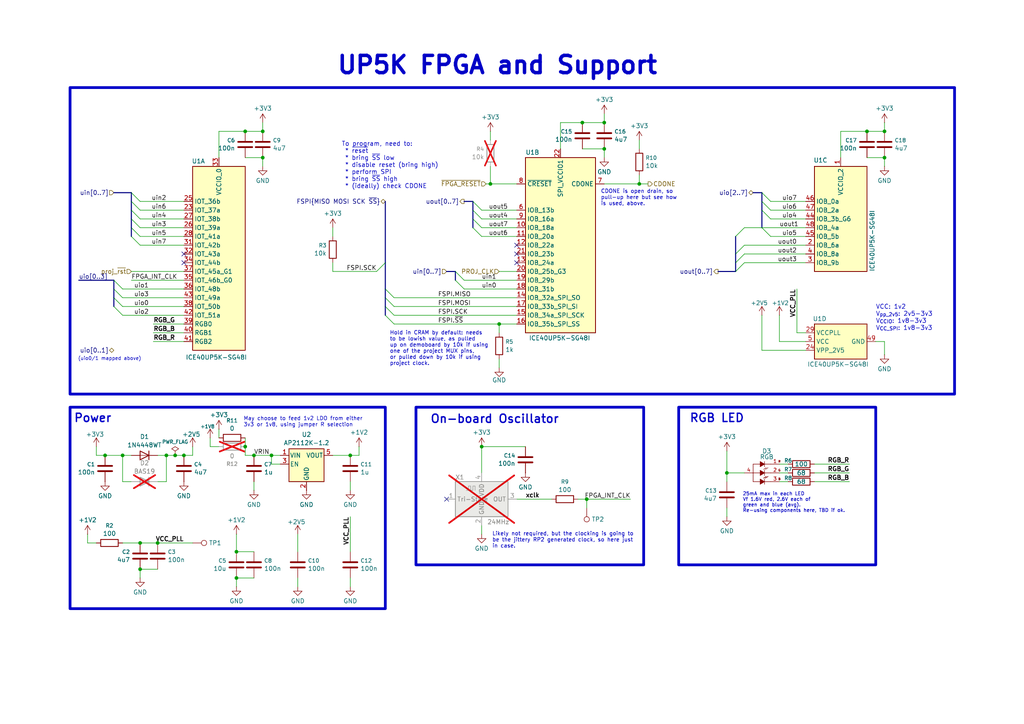
<source format=kicad_sch>
(kicad_sch (version 20250114) (generator "eeschema") (generator_version "9.0")
  (paper "A4")
  (title_block (title "UP5K FPGA and Support") (date "2025-06-24") (rev "1.0") (company "Psychogenic Technologies INC") (comment 1 "(C) 2025 Pat Deegan"))
  (rectangle (start 20.32 118.11) (end 111.76 176.53) (stroke (width 0.8)))
  (rectangle (start 20.32 25.4) (end 276.86 114.3) (stroke (width 0.8)))
  (rectangle (start 196.85 118.11) (end 254 163.83) (stroke (width 0.8)))
  (rectangle (start 120.65 118.11) (end 186.69 163.83) (stroke (width 0.8)))
  (text "RGB LED" (at 199.898 121.412 0) (effects (font (size 2.4 2.4) (thickness 0.4) (bold yes)) (justify left)))
  (text "(uio0/1 mapped above)" (at 22.606 104.14 0) (effects (font (size 1 1) (thickness 0.125)) (justify left)))
  (text "25mA max in each LED\nVf 1.6V red, 2.6V each of \ngreen and blue (avg).\nRe-using components here, TBD if ok." (at 215.392 145.796 0) (effects (font (size 1 1)) (justify left)))
  (text "To program, need to:\n * ~{reset}\n * bring ~{SS} low\n * disable reset (bring high)\n * perform SPI\n * bring ~{SS} high\n * (ideally) check CDONE\n" (at 99.06 48.006 0) (effects (font (size 1.27 1.27)) (justify left)))
  (text "Power" (at 21.336 121.412 0) (effects (font (size 2.4 2.4) (thickness 0.4) (bold yes)) (justify left)))
  (text "UP5K FPGA and Support" (at 144.272 19.05 0) (effects (font (size 5 5) (thickness 1) (bold yes))))
  (text "May choose to feed 1v2 LDO from either \n3v3 or 1v8, using jumper R selection" (at 70.612 122.428 0) (effects (font (size 1.1 1.1) (thickness 0.1375)) (justify left)))
  (text "On-board Oscillator" (at 124.714 121.666 0) (effects (font (size 2.4 2.4) (thickness 0.4) (bold yes)) (justify left)))
  (text "VCC: 1v2\nV_{pp_2v5}: 2v5-3v3\nV_{CCIO}: 1v8-3v3\nV_{CC_SPI}: 1v8-3v3\n" (at 254 92.202 0) (effects (font (size 1.27 1.27)) (justify left)))
  (text "CDONE is open drain, so \npull-up here but see how\nis used, above." (at 174.244 57.404 0) (effects (font (size 1.1 1.1)) (justify left)))
  (text "Hold in CRAM by default: needs \nto be lowish value, as pulled \nup on demoboard by 10k if using\none of the project MUX pins, \nor pulled down by 10k if using\nproject clock." (at 113.03 101.092 0) (effects (font (size 1.1 1.1)) (justify left)))
  (text "Likely not required, but the clocking is going to \nbe the jittery RP2 generated clock, so here just \nin case." (at 142.748 156.718 0) (effects (font (size 1.1 1.1)) (justify left)))
  (junction (at 175.26 35.56))
  (junction (at 40.64 157.48))
  (junction (at 68.58 167.64))
  (junction (at 168.91 35.56))
  (junction (at 53.34 132.08))
  (junction (at 185.42 53.34))
  (junction (at 251.46 38.1))
  (junction (at 142.24 53.34))
  (junction (at 101.6 132.08))
  (junction (at 210.82 137.16))
  (junction (at 30.48 132.08))
  (junction (at 73.66 132.08))
  (junction (at 256.54 38.1))
  (junction (at 139.7 129.54))
  (junction (at 144.78 93.98))
  (junction (at 170.18 144.78))
  (junction (at 50.8 132.08))
  (junction (at 45.72 157.48))
  (junction (at 68.58 160.02))
  (junction (at 35.56 132.08))
  (junction (at 40.64 165.1))
  (junction (at 71.12 38.1))
  (junction (at 76.2 45.72))
  (junction (at 71.12 129.54))
  (junction (at 256.54 45.72))
  (junction (at 78.74 132.08))
  (junction (at 76.2 38.1))
  (junction (at 175.26 43.18))
  (junction (at 48.26 132.08))
  (no_connect (at 129.54 144.78))
  (no_connect (at 149.86 73.66))
  (no_connect (at 53.34 76.2))
  (no_connect (at 149.86 76.2))
  (no_connect (at 53.34 73.66))
  (no_connect (at 149.86 71.12))
  (bus_entry (at 137.16 66.04) (size 2.54 2.54))
  (bus_entry (at 132.08 78.74) (size 2.54 2.54))
  (bus_entry (at 111.76 88.9) (size 2.54 2.54))
  (bus_entry (at 137.16 60.96) (size 2.54 2.54))
  (bus_entry (at 220.98 55.88) (size 2.54 2.54))
  (bus_entry (at 111.76 86.36) (size 2.54 2.54))
  (bus_entry (at 38.1 55.88) (size 2.54 2.54))
  (bus_entry (at 38.1 63.5) (size 2.54 2.54))
  (bus_entry (at 38.1 66.04) (size 2.54 2.54))
  (bus_entry (at 220.98 58.42) (size 2.54 2.54))
  (bus_entry (at 213.36 78.74) (size 2.54 -2.54))
  (bus_entry (at 111.76 83.82) (size 2.54 2.54))
  (bus_entry (at 33.02 88.9) (size 2.54 2.54))
  (bus_entry (at 38.1 60.96) (size 2.54 2.54))
  (bus_entry (at 111.76 91.44) (size 2.54 2.54))
  (bus_entry (at 132.08 81.28) (size 2.54 2.54))
  (bus_entry (at 137.16 58.42) (size 2.54 2.54))
  (bus_entry (at 220.98 60.96) (size 2.54 2.54))
  (bus_entry (at 38.1 58.42) (size 2.54 2.54))
  (bus_entry (at 213.36 76.2) (size 2.54 -2.54))
  (bus_entry (at 33.02 83.82) (size 2.54 2.54))
  (bus_entry (at 220.98 66.04) (size 2.54 2.54))
  (bus_entry (at 38.1 68.58) (size 2.54 2.54))
  (bus_entry (at 33.02 86.36) (size 2.54 2.54))
  (bus_entry (at 33.02 81.28) (size 2.54 2.54))
  (bus_entry (at 137.16 63.5) (size 2.54 2.54))
  (bus_entry (at 213.36 68.58) (size 2.54 -2.54))
  (bus_entry (at 213.36 73.66) (size 2.54 -2.54))
  (bus_entry (at 111.76 76.2) (size -2.54 2.54))
  (wire (pts (xy 185.42 53.34) (xy 187.96 53.34)))
  (bus (pts (xy 38.1 66.04) (xy 38.1 68.58)))
  (wire (pts (xy 45.72 139.7) (xy 48.26 139.7)))
  (wire (pts (xy 256.54 99.06) (xy 256.54 102.87)))
  (bus (pts (xy 213.36 73.66) (xy 213.36 76.2)))
  (wire (pts (xy 251.46 38.1) (xy 256.54 38.1)))
  (wire (pts (xy 101.6 132.08) (xy 104.14 132.08)))
  (bus (pts (xy 33.02 55.88) (xy 38.1 55.88)))
  (wire (pts (xy 226.06 137.16) (xy 228.6 137.16)))
  (wire (pts (xy 236.22 139.7) (xy 246.38 139.7)))
  (bus (pts (xy 132.08 78.74) (xy 132.08 81.28)))
  (wire (pts (xy 48.26 139.7) (xy 48.26 132.08)))
  (wire (pts (xy 68.58 154.94) (xy 68.58 160.02)))
  (wire (pts (xy 35.56 157.48) (xy 40.64 157.48)))
  (wire (pts (xy 170.18 144.78) (xy 182.88 144.78)))
  (wire (pts (xy 101.6 167.64) (xy 101.6 170.18)))
  (wire (pts (xy 78.74 132.08) (xy 81.28 132.08)))
  (wire (pts (xy 96.52 66.04) (xy 96.52 68.58)))
  (wire (pts (xy 96.52 78.74) (xy 109.22 78.74)))
  (wire (pts (xy 139.7 63.5) (xy 149.86 63.5)))
  (wire (pts (xy 60.96 127) (xy 60.96 129.54)))
  (wire (pts (xy 27.94 132.08) (xy 30.48 132.08)))
  (wire (pts (xy 220.98 101.6) (xy 233.68 101.6)))
  (wire (pts (xy 175.26 43.18) (xy 175.26 45.72)))
  (wire (pts (xy 38.1 78.74) (xy 53.34 78.74)))
  (wire (pts (xy 210.82 147.32) (xy 210.82 149.86)))
  (wire (pts (xy 223.52 58.42) (xy 233.68 58.42)))
  (wire (pts (xy 175.26 53.34) (xy 185.42 53.34)))
  (wire (pts (xy 256.54 45.72) (xy 256.54 48.26)))
  (bus (pts (xy 213.36 76.2) (xy 213.36 78.74)))
  (wire (pts (xy 73.66 132.08) (xy 78.74 132.08)))
  (wire (pts (xy 139.7 129.54) (xy 152.4 129.54)))
  (wire (pts (xy 223.52 63.5) (xy 233.68 63.5)))
  (wire (pts (xy 35.56 86.36) (xy 53.34 86.36)))
  (wire (pts (xy 185.42 40.64) (xy 185.42 43.18)))
  (wire (pts (xy 144.78 104.14) (xy 144.78 106.68)))
  (bus (pts (xy 33.02 86.36) (xy 33.02 88.9)))
  (wire (pts (xy 35.56 132.08) (xy 38.1 132.08)))
  (wire (pts (xy 101.6 139.7) (xy 101.6 142.24)))
  (bus (pts (xy 111.76 83.82) (xy 111.76 86.36)))
  (wire (pts (xy 167.64 144.78) (xy 170.18 144.78)))
  (wire (pts (xy 40.64 165.1) (xy 40.64 167.64)))
  (wire (pts (xy 210.82 130.81) (xy 210.82 137.16)))
  (bus (pts (xy 111.76 58.42) (xy 111.76 76.2)))
  (wire (pts (xy 86.36 167.64) (xy 86.36 170.18)))
  (wire (pts (xy 48.26 132.08) (xy 50.8 132.08)))
  (wire (pts (xy 114.3 91.44) (xy 149.86 91.44)))
  (wire (pts (xy 226.06 139.7) (xy 228.6 139.7)))
  (wire (pts (xy 139.7 152.4) (xy 139.7 154.94)))
  (wire (pts (xy 45.72 132.08) (xy 48.26 132.08)))
  (wire (pts (xy 78.74 134.62) (xy 78.74 132.08)))
  (wire (pts (xy 44.45 93.98) (xy 53.34 93.98)))
  (wire (pts (xy 63.5 38.1) (xy 71.12 38.1)))
  (wire (pts (xy 27.94 129.54) (xy 27.94 132.08)))
  (wire (pts (xy 251.46 45.72) (xy 256.54 45.72)))
  (wire (pts (xy 60.96 129.54) (xy 63.5 129.54)))
  (wire (pts (xy 215.9 66.04) (xy 220.98 66.04)))
  (bus (pts (xy 38.1 55.88) (xy 38.1 58.42)))
  (wire (pts (xy 73.66 139.7) (xy 73.66 142.24)))
  (bus (pts (xy 129.54 78.74) (xy 132.08 78.74)))
  (wire (pts (xy 254 99.06) (xy 256.54 99.06)))
  (bus (pts (xy 134.62 58.42) (xy 137.16 58.42)))
  (wire (pts (xy 71.12 132.08) (xy 73.66 132.08)))
  (wire (pts (xy 30.48 132.08) (xy 35.56 132.08)))
  (wire (pts (xy 226.06 99.06) (xy 233.68 99.06)))
  (wire (pts (xy 38.1 81.28) (xy 53.34 81.28)))
  (wire (pts (xy 140.97 53.34) (xy 142.24 53.34)))
  (wire (pts (xy 223.52 60.96) (xy 233.68 60.96)))
  (wire (pts (xy 44.45 96.52) (xy 53.34 96.52)))
  (wire (pts (xy 114.3 86.36) (xy 149.86 86.36)))
  (wire (pts (xy 35.56 83.82) (xy 53.34 83.82)))
  (wire (pts (xy 215.9 76.2) (xy 233.68 76.2)))
  (wire (pts (xy 35.56 88.9) (xy 53.34 88.9)))
  (wire (pts (xy 68.58 160.02) (xy 73.66 160.02)))
  (wire (pts (xy 40.64 66.04) (xy 53.34 66.04)))
  (wire (pts (xy 35.56 132.08) (xy 35.56 139.7)))
  (wire (pts (xy 76.2 45.72) (xy 76.2 48.26)))
  (wire (pts (xy 243.84 45.72) (xy 243.84 38.1)))
  (bus (pts (xy 111.76 86.36) (xy 111.76 88.9)))
  (wire (pts (xy 25.4 157.48) (xy 27.94 157.48)))
  (wire (pts (xy 162.56 35.56) (xy 168.91 35.56)))
  (wire (pts (xy 96.52 76.2) (xy 96.52 78.74)))
  (wire (pts (xy 40.64 157.48) (xy 45.72 157.48)))
  (bus (pts (xy 33.02 81.28) (xy 33.02 83.82)))
  (bus (pts (xy 137.16 60.96) (xy 137.16 63.5)))
  (wire (pts (xy 168.91 43.18) (xy 175.26 43.18)))
  (wire (pts (xy 139.7 60.96) (xy 149.86 60.96)))
  (wire (pts (xy 220.98 101.6) (xy 220.98 91.44)))
  (wire (pts (xy 71.12 129.54) (xy 71.12 132.08)))
  (wire (pts (xy 139.7 68.58) (xy 149.86 68.58)))
  (wire (pts (xy 35.56 91.44) (xy 53.34 91.44)))
  (wire (pts (xy 63.5 45.72) (xy 63.5 38.1)))
  (bus (pts (xy 220.98 58.42) (xy 220.98 60.96)))
  (wire (pts (xy 256.54 35.56) (xy 256.54 38.1)))
  (bus (pts (xy 33.02 83.82) (xy 33.02 86.36)))
  (wire (pts (xy 35.56 139.7) (xy 38.1 139.7)))
  (wire (pts (xy 142.24 53.34) (xy 149.86 53.34)))
  (wire (pts (xy 63.5 124.46) (xy 63.5 127)))
  (wire (pts (xy 71.12 45.72) (xy 76.2 45.72)))
  (wire (pts (xy 68.58 167.64) (xy 68.58 170.18)))
  (wire (pts (xy 55.88 132.08) (xy 53.34 132.08)))
  (bus (pts (xy 220.98 55.88) (xy 220.98 58.42)))
  (wire (pts (xy 55.88 129.54) (xy 55.88 132.08)))
  (wire (pts (xy 101.6 149.86) (xy 101.6 160.02)))
  (bus (pts (xy 213.36 68.58) (xy 213.36 73.66)))
  (wire (pts (xy 215.9 71.12) (xy 233.68 71.12)))
  (wire (pts (xy 170.18 144.78) (xy 170.18 147.32)))
  (wire (pts (xy 144.78 78.74) (xy 149.86 78.74)))
  (wire (pts (xy 149.86 144.78) (xy 160.02 144.78)))
  (wire (pts (xy 134.62 83.82) (xy 149.86 83.82)))
  (bus (pts (xy 218.44 55.88) (xy 220.98 55.88)))
  (wire (pts (xy 104.14 132.08) (xy 104.14 129.54)))
  (wire (pts (xy 68.58 167.64) (xy 73.66 167.64)))
  (wire (pts (xy 210.82 137.16) (xy 210.82 139.7)))
  (wire (pts (xy 81.28 134.62) (xy 78.74 134.62)))
  (bus (pts (xy 38.1 60.96) (xy 38.1 63.5)))
  (wire (pts (xy 71.12 127) (xy 71.12 129.54)))
  (wire (pts (xy 142.24 38.1) (xy 142.24 40.64)))
  (wire (pts (xy 162.56 43.18) (xy 162.56 35.56)))
  (wire (pts (xy 40.64 60.96) (xy 53.34 60.96)))
  (wire (pts (xy 243.84 38.1) (xy 251.46 38.1)))
  (wire (pts (xy 40.64 58.42) (xy 53.34 58.42)))
  (bus (pts (xy 137.16 63.5) (xy 137.16 66.04)))
  (wire (pts (xy 134.62 81.28) (xy 149.86 81.28)))
  (bus (pts (xy 38.1 63.5) (xy 38.1 66.04)))
  (bus (pts (xy 208.28 78.74) (xy 213.36 78.74)))
  (wire (pts (xy 44.45 99.06) (xy 53.34 99.06)))
  (wire (pts (xy 40.64 68.58) (xy 53.34 68.58)))
  (wire (pts (xy 114.3 93.98) (xy 144.78 93.98)))
  (wire (pts (xy 50.8 132.08) (xy 53.34 132.08)))
  (bus (pts (xy 22.86 81.28) (xy 33.02 81.28)))
  (wire (pts (xy 76.2 35.56) (xy 76.2 38.1)))
  (wire (pts (xy 40.64 63.5) (xy 53.34 63.5)))
  (wire (pts (xy 86.36 154.94) (xy 86.36 160.02)))
  (wire (pts (xy 139.7 66.04) (xy 149.86 66.04)))
  (wire (pts (xy 236.22 134.62) (xy 246.38 134.62)))
  (wire (pts (xy 236.22 137.16) (xy 246.38 137.16)))
  (wire (pts (xy 40.64 165.1) (xy 45.72 165.1)))
  (wire (pts (xy 231.14 83.82) (xy 231.14 96.52)))
  (bus (pts (xy 38.1 58.42) (xy 38.1 60.96)))
  (wire (pts (xy 25.4 154.94) (xy 25.4 157.48)))
  (wire (pts (xy 45.72 157.48) (xy 55.88 157.48)))
  (wire (pts (xy 142.24 48.26) (xy 142.24 53.34)))
  (wire (pts (xy 220.98 66.04) (xy 233.68 66.04)))
  (wire (pts (xy 139.7 129.54) (xy 139.7 137.16)))
  (bus (pts (xy 137.16 58.42) (xy 137.16 60.96)))
  (wire (pts (xy 185.42 50.8) (xy 185.42 53.34)))
  (wire (pts (xy 226.06 91.44) (xy 226.06 99.06)))
  (bus (pts (xy 220.98 60.96) (xy 220.98 66.04)))
  (wire (pts (xy 215.9 73.66) (xy 233.68 73.66)))
  (wire (pts (xy 71.12 38.1) (xy 76.2 38.1)))
  (wire (pts (xy 223.52 68.58) (xy 233.68 68.58)))
  (wire (pts (xy 210.82 137.16) (xy 215.9 137.16)))
  (wire (pts (xy 175.26 33.02) (xy 175.26 35.56)))
  (bus (pts (xy 111.76 88.9) (xy 111.76 91.44)))
  (wire (pts (xy 144.78 93.98) (xy 144.78 96.52)))
  (wire (pts (xy 114.3 88.9) (xy 149.86 88.9)))
  (bus (pts (xy 111.76 76.2) (xy 111.76 83.82)))
  (wire (pts (xy 168.91 35.56) (xy 175.26 35.56)))
  (wire (pts (xy 226.06 134.62) (xy 228.6 134.62)))
  (wire (pts (xy 233.68 96.52) (xy 231.14 96.52)))
  (wire (pts (xy 96.52 132.08) (xy 101.6 132.08)))
  (wire (pts (xy 144.78 93.98) (xy 149.86 93.98)))
  (wire (pts (xy 40.64 71.12) (xy 53.34 71.12)))
  (label "uout0" (at 231.14 71.12 180))
  (label "VRIN" (at 73.66 132.08 0))
  (label "RGB_R" (at 44.45 99.06 0) (effects (font (bold yes))))
  (label "FSPI.SCK" (at 127 91.44 0))
  (label "FPGA_INT_CLK" (at 182.88 144.78 180))
  (label "uout4" (at 147.32 63.5 180))
  (label "uio5" (at 231.14 68.58 180))
  (label "uio4" (at 231.14 63.5 180))
  (label "VCC_PLL" (at 231.14 83.82 270) (effects (font (bold yes))))
  (label "uin6" (at 48.26 60.96 180))
  (label "uio6" (at 231.14 60.96 180))
  (label "uio1" (at 43.18 83.82 180))
  (label "uin2" (at 48.26 58.42 180))
  (label "uio3" (at 43.18 86.36 180))
  (label "VCC_PLL" (at 53.34 157.48 180) (effects (font (bold yes))))
  (label "FSPI.MISO" (at 127 86.36 0))
  (label "uout3" (at 231.14 76.2 180))
  (label "RGB_G" (at 44.45 93.98 0) (effects (font (bold yes))))
  (label "RGB_B" (at 44.45 96.52 0) (effects (font (bold yes))))
  (label "uin1" (at 139.7 81.28 0))
  (label "uout5" (at 147.32 60.96 180))
  (label "RGB_R" (at 246.38 134.62 180) (effects (font (bold yes))))
  (label "uin7" (at 48.26 71.12 180))
  (label "uio0" (at 43.18 88.9 180))
  (label "uin5" (at 48.26 68.58 180))
  (label "uin4" (at 48.26 63.5 180))
  (label "uout7" (at 147.32 66.04 180))
  (label "FSPI.MOSI" (at 127 88.9 0))
  (label "uio[0..3]" (at 22.86 81.28 0))
  (label "uin0" (at 139.7 83.82 0))
  (label "uout2" (at 231.14 73.66 180))
  (label "RGB_G" (at 246.38 137.16 180) (effects (font (bold yes))))
  (label "uin3" (at 48.26 66.04 180))
  (label "uio7" (at 231.14 58.42 180))
  (label "uout1" (at 226.06 66.04 0))
  (label "VCC_PLL" (at 101.6 149.86 270) (effects (font (bold yes))))
  (label "RGB_B" (at 246.38 139.7 180) (effects (font (bold yes))))
  (label "uout6" (at 147.32 68.58 180))
  (label "FPGA_INT_CLK" (at 38.1 81.28 0))
  (label "FSPI.~{SS}" (at 127 93.98 0))
  (label "FSPI.SCK" (at 109.22 78.74 180))
  (label "xclk" (at 152.4 144.78 0) (effects (font (bold yes))))
  (label "uio2" (at 43.18 91.44 180))
  (hierarchical_label "uin[0..7]" (shape input) (at 129.54 78.74 180))
  (hierarchical_label "uout[0..7]" (shape output) (at 134.62 58.42 180))
  (hierarchical_label "~{FPGA_RESET}" (shape input) (at 140.97 53.34 180))
  (hierarchical_label "uin[0..7]" (shape input) (at 33.02 55.88 180))
  (hierarchical_label "FSPI{MISO MOSI SCK ~{SS}}" (shape bidirectional) (at 111.76 58.42 180))
  (hierarchical_label "proj_~{rst}" (shape input) (at 38.1 78.74 180))
  (hierarchical_label "PROJ_CLK" (shape input) (at 144.78 78.74 180))
  (hierarchical_label "CDONE" (shape output) (at 187.96 53.34 0))
  (hierarchical_label "uio[0..1]" (shape bidirectional) (at 33.02 101.6 180))
  (hierarchical_label "uout[0..7]" (shape output) (at 208.28 78.74 180))
  (hierarchical_label "uio[2..7]" (shape bidirectional) (at 218.44 55.88 180))
  (symbol (lib_id "power:GND") (at 88.9 142.24 0) (unit 1)
    (property "Reference" "#PWR042" (effects (hide yes)))
    (property "Value" "GND" (at 88.9 146.3731 0))
    (property "Description" "Power symbol creates a global label with name \"GND\" , ground" (effects (hide yes)))
  )
  (symbol (lib_id "power:GND") (at 210.82 149.86 0) (unit 1)
    (property "Reference" "#PWR048" (effects (hide yes)))
    (property "Value" "GND" (at 210.82 153.9931 0))
    (property "Description" "Power symbol creates a global label with name \"GND\" , ground" (effects (hide yes)))
  )
  (symbol (lib_id "power:GND") (at 175.26 45.72 0) (unit 1)
    (property "Reference" "#PWR055" (effects (hide yes)))
    (property "Value" "GND" (at 175.26 49.8531 0))
    (property "Description" "Power symbol creates a global label with name \"GND\" , ground" (effects (hide yes)))
  )
  (symbol (lib_id "power:GND") (at 101.6 170.18 0) (unit 1)
    (property "Reference" "#PWR045" (effects (hide yes)))
    (property "Value" "GND" (at 101.6 174.3131 0))
    (property "Description" "Power symbol creates a global label with name \"GND\" , ground" (effects (hide yes)))
  )
  (symbol (lib_id "psycomponents:PsyResistors_IEC/R_100_0402_1005-9") (at 228.6 134.62 90) (unit 1)
    (property "Reference" "R6" (at 228.6 133.604 90) (effects (font (size 1.1 1.1))))
    (property "Value" "100" (at 232.41 134.62 90))
    (property "Footprint" "Resistor_SMD:R_0402_1005Metric" (effects (hide yes)))
    (property "Datasheet" "https://www.yageo.com/upload/media/product/products/datasheet/rchip/PYu-RC_Group_51_RoHS_L_12.pdf" (effects (hide yes)))
    (property "Description" "100 Ohms ±1% 0.063W, 1/16W Chip Resistor 0402 (1005 Metric) Moisture Resistant Thick Film" (effects (hide yes)))
    (property "MPN" "RC0402FR-07100RL" (effects (hide yes)))
    (property "Manufacturer" "YAGEO" (effects (hide yes)))
    (property "Package / Case" "0402 (1005 Metric)" (effects (hide yes)))
    (property "Characteristics" "RES 100 OHM 1% 1/16W 0402" (effects (hide yes)))
    (property "DigikeyPN" "311-100LRCT-ND" (effects (hide yes)))
    (property "LCSC" "C106232" (effects (hide yes)))
  )
  (symbol (lib_id "power:GND") (at 139.7 154.94 0) (unit 1)
    (property "Reference" "#PWR050" (effects (hide yes)))
    (property "Value" "GND" (at 139.7 159.0731 0))
    (property "Description" "Power symbol creates a global label with name \"GND\" , ground" (effects (hide yes)))
  )
  (symbol (lib_id "Oscillator:ECS-2520MV-xxx-xx") (at 139.7 144.78 0) (unit 1) (dnp yes)
    (property "Reference" "X1" (at 133.35 138.43 0))
    (property "Value" "24MHz" (at 144.526 151.384 0))
    (property "Footprint" "Oscillator:Oscillator_SMD_ECS_2520MV-xxx-xx-4Pin_2.5x2.0mm" (effects (hide yes)))
    (property "Datasheet" "https://www.ecsxtal.com/store/pdf/ECS-2520MV.pdf" (effects (hide yes)))
    (property "Description" "HCMOS Crystal Clock Oscillator, 2.5x2.0 mm SMD" (effects (hide yes)))
    (property "Characteristics" "XTAL OSC XO 24.0000MHZ CMOS SMD" (effects (hide yes)))
    (property "MPN" "KC2520Z24.0000C1KX00" (effects (hide yes)))
    (property "MPN_ALT" "SIT8008AC-11-XXE-24.000000" (effects (hide yes)))
    (property "DigikeyPN" "478-KC2520Z24.0000C1KX00DKR-ND" (effects (hide yes)))
  )
  (symbol (lib_id "psycomponents:PsyCapacitors/C_100n_0402_1005-1") (at 73.66 160.02 0) (unit 1)
    (property "Reference" "C8" (at 76.581 162.6178 0) (effects (font (size 1.1 1.1)) (justify left)))
    (property "Value" "100n" (at 76.581 164.9053 0) (effects (justify left)))
    (property "Footprint" "Capacitor_SMD:C_0402_1005Metric" (effects (hide yes)))
    (property "Datasheet" "https://search.murata.co.jp/Ceramy/image/img/A01X/G101/ENG/GRM155R71H104KE14-01.pdf" (effects (hide yes)))
    (property "Description" "0.1 µF ±10% 50V Ceramic Capacitor X7R 0402 (1005 Metric)" (effects (hide yes)))
    (property "MPN" "GRM155R71H104KE14J" (effects (hide yes)))
    (property "Manufacturer" "Murata Electronics" (effects (hide yes)))
    (property "Package / Case" "0402 (1005 Metric)" (effects (hide yes)))
    (property "Characteristics" "CAP CER 0.1UF 50V X7R 0402" (effects (hide yes)))
    (property "DigikeyPN" "490-13342-1-ND" (effects (hide yes)))
    (property "LCSC" "C60474" (effects (hide yes)))
  )
  (symbol (lib_id "psycomponents:PsyCapacitors/C_4u7_0603_1608-44") (at 76.2 38.1 0) (unit 1)
    (property "Reference" "C9" (at 79.121 40.6978 0) (effects (font (size 1.1 1.1)) (justify left)))
    (property "Value" "4u7" (at 79.121 42.9853 0) (effects (justify left)))
    (property "Footprint" "Capacitor_SMD:C_0603_1608Metric" (effects (hide yes)))
    (property "Datasheet" "https://search.murata.co.jp/Ceramy/image/img/A01X/G101/ENG/GRM188R61E475KE11-01.pdf" (effects (hide yes)))
    (property "Description" "4.7 µF ±10% 25V Ceramic Capacitor X5R 0603 (1608 Metric)" (effects (hide yes)))
    (property "MPN" "GRM188R61E475KE11D" (effects (hide yes)))
    (property "Manufacturer" "Murata Electronics" (effects (hide yes)))
    (property "Package / Case" "0603 (1608 Metric)" (effects (hide yes)))
    (property "Characteristics" "CAP CER 4.7UF 25V X5R 0603" (effects (hide yes)))
    (property "DigikeyPN" "490-7203-1-ND" (effects (hide yes)))
    (property "LCSC" "C237615" (effects (hide yes)))
  )
  (symbol (lib_id "power:+3V3") (at 76.2 35.56 0) (unit 1)
    (property "Reference" "#PWR038" (effects (hide yes)))
    (property "Value" "+3V3" (at 76.2 31.4269 0))
    (property "Description" "Power symbol creates a global label with name \"+3V3\"" (effects (hide yes)))
  )
  (symbol (lib_id "psycomponents:PsyResistors_IEC/R_68_0402_1005-36") (at 228.6 137.16 90) (unit 1)
    (property "Reference" "R7" (at 228.6 136.144 90) (effects (font (size 1.1 1.1))))
    (property "Value" "68" (at 232.41 137.16 90))
    (property "Footprint" "Resistor_SMD:R_0402_1005Metric" (effects (hide yes)))
    (property "Datasheet" "https://bourns.com/docs/product-datasheets/cr.pdf?sfvrsn=574d41f6_14" (effects (hide yes)))
    (property "Description" "68 Ohms ±1% 0.063W, 1/16W Chip Resistor 0402 (1005 Metric) Thick Film" (effects (hide yes)))
    (property "MPN" "CR0402-FX-68R0GLF" (effects (hide yes)))
    (property "Manufacturer" "Bourns Inc." (effects (hide yes)))
    (property "Package / Case" "0402 (1005 Metric)" (effects (hide yes)))
    (property "Characteristics" "RES SMD 68 OHM 1% 1/16W 0402" (effects (hide yes)))
    (property "DigikeyPN" "CR0402-FX-68R0GLFCT-ND" (effects (hide yes)))
    (property "LCSC" "C163455" (effects (hide yes)))
  )
  (symbol (lib_id "power:GND") (at 101.6 142.24 0) (unit 1)
    (property "Reference" "#PWR044" (effects (hide yes)))
    (property "Value" "GND" (at 101.6 146.3731 0))
    (property "Description" "Power symbol creates a global label with name \"GND\" , ground" (effects (hide yes)))
  )
  (symbol (lib_id "power:GND") (at 256.54 102.87 0) (unit 1)
    (property "Reference" "#PWR061" (effects (hide yes)))
    (property "Value" "GND" (at 256.54 107.0031 0))
    (property "Description" "Power symbol creates a global label with name \"GND\" , ground" (effects (hide yes)))
  )
  (symbol (lib_id "power:GND") (at 256.54 48.26 0) (unit 1)
    (property "Reference" "#PWR060" (effects (hide yes)))
    (property "Value" "GND" (at 256.54 52.3931 0))
    (property "Description" "Power symbol creates a global label with name \"GND\" , ground" (effects (hide yes)))
  )
  (symbol (lib_id "power:+2V5") (at 86.36 154.94 0) (unit 1)
    (property "Reference" "#PWR040" (effects (hide yes)))
    (property "Value" "+2V5" (at 83.312 151.384 0) (effects (justify left)))
    (property "Description" "Power symbol creates a global label with name \"+2V5\"" (effects (hide yes)))
  )
  (symbol (lib_id "FPGA_Lattice:ICE40UP5K-SG48ITR") (at 162.56 71.12 0) (unit 2)
    (property "Reference" "U1" (at 154.432 44.196 0))
    (property "Value" "ICE40UP5K-SG48I" (at 162.306 98.044 0))
    (property "Footprint" "Package_DFN_QFN:QFN-48-1EP_7x7mm_P0.5mm_EP5.6x5.6mm" (effects (hide yes)))
    (property "Datasheet" "http://www.latticesemi.com/Products/FPGAandCPLD/iCE40Ultra" (effects (hide yes)))
    (property "Description" "iCE40 UltraPlus FPGA, 5280 LUTs, 1.2V, 48-pin QFN" (effects (hide yes)))
    (property "MPN" "ICE40UP5K-SG48I" (effects (hide yes)))
    (property "MPN_ALT" "ICE40UP5K-SG48ITR50" (effects (hide yes)))
    (property "DigikeyPN" "220-2212-1-ND" (effects (hide yes)))
    (property "LCSC" "C2678152" (effects (hide yes)))
  )
  (symbol (lib_id "psycomponents:PsyResistors_IEC/R_1k_0402_1005-18") (at 144.78 96.52 0) (unit 1)
    (property "Reference" "R5" (at 146.558 99.1178 0) (effects (font (size 1.1 1.1)) (justify left)))
    (property "Value" "1k" (at 146.558 101.4053 0) (effects (justify left)))
    (property "Footprint" "Resistor_SMD:R_0402_1005Metric" (effects (hide yes)))
    (property "Datasheet" "https://www.te.com/commerce/DocumentDelivery/DDEController?Action=srchrtrv&DocNm=1773204&DocType=DS&DocLang=English" (effects (hide yes)))
    (property "Description" "1 kOhms ±1% 0.063W, 1/16W Chip Resistor 0402 (1005 Metric) Thick Film" (effects (hide yes)))
    (property "MPN" "CRG0402F1K0" (effects (hide yes)))
    (property "Manufacturer" "TE Connectivity Passive Product" (effects (hide yes)))
    (property "Package / Case" "0402 (1005 Metric)" (effects (hide yes)))
    (property "Characteristics" "RES SMD 1K OHM 1% 1/16W 0402" (effects (hide yes)))
    (property "DigikeyPN" "A121534CT-ND" (effects (hide yes)))
    (property "LCSC" "C106235" (effects (hide yes)))
  )
  (symbol (lib_id "psycomponents:PsyCapacitors/C_100n_0402_1005-1") (at 251.46 38.1 0) (mirror y) (unit 1)
    (property "Reference" "C17" (at 248.539 40.6978 0) (effects (font (size 1.1 1.1)) (justify left)))
    (property "Value" "100n" (at 248.539 42.9853 0) (effects (justify left)))
    (property "Footprint" "Capacitor_SMD:C_0402_1005Metric" (effects (hide yes)))
    (property "Datasheet" "https://search.murata.co.jp/Ceramy/image/img/A01X/G101/ENG/GRM155R71H104KE14-01.pdf" (effects (hide yes)))
    (property "Description" "0.1 µF ±10% 50V Ceramic Capacitor X7R 0402 (1005 Metric)" (effects (hide yes)))
    (property "MPN" "GRM155R71H104KE14J" (effects (hide yes)))
    (property "Manufacturer" "Murata Electronics" (effects (hide yes)))
    (property "Package / Case" "0402 (1005 Metric)" (effects (hide yes)))
    (property "Characteristics" "CAP CER 0.1UF 50V X7R 0402" (effects (hide yes)))
    (property "DigikeyPN" "490-13342-1-ND" (effects (hide yes)))
    (property "LCSC" "C60474" (effects (hide yes)))
  )
  (symbol (lib_id "psycomponents:PsyCapacitors/C_100n_0402_1005-1") (at 45.72 157.48 0) (unit 1)
    (property "Reference" "C3" (at 48.641 160.0778 0) (effects (font (size 1.1 1.1)) (justify left)))
    (property "Value" "100n" (at 48.641 162.3653 0) (effects (justify left)))
    (property "Footprint" "Capacitor_SMD:C_0402_1005Metric" (effects (hide yes)))
    (property "Datasheet" "https://search.murata.co.jp/Ceramy/image/img/A01X/G101/ENG/GRM155R71H104KE14-01.pdf" (effects (hide yes)))
    (property "Description" "0.1 µF ±10% 50V Ceramic Capacitor X7R 0402 (1005 Metric)" (effects (hide yes)))
    (property "MPN" "GRM155R71H104KE14J" (effects (hide yes)))
    (property "Manufacturer" "Murata Electronics" (effects (hide yes)))
    (property "Package / Case" "0402 (1005 Metric)" (effects (hide yes)))
    (property "Characteristics" "CAP CER 0.1UF 50V X7R 0402" (effects (hide yes)))
    (property "DigikeyPN" "490-13342-1-ND" (effects (hide yes)))
    (property "LCSC" "C60474" (effects (hide yes)))
  )
  (symbol (lib_id "psycomponents:PsyCapacitors/C_4u7_0603_1608-44") (at 53.34 132.08 0) (unit 1)
    (property "Reference" "C4" (at 56.261 134.6778 0) (effects (font (size 1.1 1.1)) (justify left)))
    (property "Value" "4u7" (at 56.261 136.9653 0) (effects (justify left)))
    (property "Footprint" "Capacitor_SMD:C_0603_1608Metric" (effects (hide yes)))
    (property "Datasheet" "https://search.murata.co.jp/Ceramy/image/img/A01X/G101/ENG/GRM188R61E475KE11-01.pdf" (effects (hide yes)))
    (property "Description" "4.7 µF ±10% 25V Ceramic Capacitor X5R 0603 (1608 Metric)" (effects (hide yes)))
    (property "MPN" "GRM188R61E475KE11D" (effects (hide yes)))
    (property "Manufacturer" "Murata Electronics" (effects (hide yes)))
    (property "Package / Case" "0603 (1608 Metric)" (effects (hide yes)))
    (property "Characteristics" "CAP CER 4.7UF 25V X5R 0603" (effects (hide yes)))
    (property "DigikeyPN" "490-7203-1-ND" (effects (hide yes)))
    (property "LCSC" "C237615" (effects (hide yes)))
  )
  (symbol (lib_id "psycomponents:PsyCapacitors/C_100n_0402_1005-1") (at 30.48 132.08 0) (mirror y) (unit 1)
    (property "Reference" "C1" (at 27.559 134.6778 0) (effects (font (size 1.1 1.1)) (justify left)))
    (property "Value" "100n" (at 27.559 136.9653 0) (effects (justify left)))
    (property "Footprint" "Capacitor_SMD:C_0402_1005Metric" (effects (hide yes)))
    (property "Datasheet" "https://search.murata.co.jp/Ceramy/image/img/A01X/G101/ENG/GRM155R71H104KE14-01.pdf" (effects (hide yes)))
    (property "Description" "0.1 µF ±10% 50V Ceramic Capacitor X7R 0402 (1005 Metric)" (effects (hide yes)))
    (property "MPN" "GRM155R71H104KE14J" (effects (hide yes)))
    (property "Manufacturer" "Murata Electronics" (effects (hide yes)))
    (property "Package / Case" "0402 (1005 Metric)" (effects (hide yes)))
    (property "Characteristics" "CAP CER 0.1UF 50V X7R 0402" (effects (hide yes)))
    (property "DigikeyPN" "490-13342-1-ND" (effects (hide yes)))
    (property "LCSC" "C60474" (effects (hide yes)))
  )
  (symbol (lib_id "power:+1V2") (at 226.06 91.44 0) (unit 1)
    (property "Reference" "#PWR058" (effects (hide yes)))
    (property "Value" "+1V2" (at 226.314 87.884 0) (effects (font (size 1.2 1.2))))
    (property "Description" "Power symbol creates a global label with name \"+1V2\"" (effects (hide yes)))
  )
  (symbol (lib_id "power:+3V3") (at 96.52 66.04 0) (unit 1)
    (property "Reference" "#PWR043" (effects (hide yes)))
    (property "Value" "+3V3" (at 96.52 61.9069 0))
    (property "Description" "Power symbol creates a global label with name \"+3V3\"" (effects (hide yes)))
  )
  (symbol (lib_id "power:GND") (at 30.48 139.7 0) (unit 1)
    (property "Reference" "#PWR030" (effects (hide yes)))
    (property "Value" "GND" (at 30.48 143.8331 0))
    (property "Description" "Power symbol creates a global label with name \"GND\" , ground" (effects (hide yes)))
  )
  (symbol (lib_id "psycomponents:PsyCapacitors/C_1u_0603_1608-21") (at 73.66 132.08 0) (unit 1)
    (property "Reference" "C7" (at 76.581 134.6778 0) (effects (font (size 1.1 1.1)) (justify left)))
    (property "Value" "1u" (at 76.581 136.9653 0) (effects (justify left)))
    (property "Footprint" "Capacitor_SMD:C_0603_1608Metric" (effects (hide yes)))
    (property "Datasheet" "https://search.murata.co.jp/Ceramy/image/img/A01X/G101/ENG/GRT188R61H105KE13-01.pdf" (effects (hide yes)))
    (property "Description" "1 µF ±10% 50V Ceramic Capacitor X5R 0603 (1608 Metric)" (effects (hide yes)))
    (property "MPN" "GRT188R61H105KE13D" (effects (hide yes)))
    (property "Manufacturer" "Murata Electronics" (effects (hide yes)))
    (property "Package / Case" "0603 (1608 Metric)" (effects (hide yes)))
    (property "Characteristics" "CAP CER 1UF 50V X5R 0603" (effects (hide yes)))
    (property "DigikeyPN" "490-12330-1-ND" (effects (hide yes)))
    (property "LCSC" "C29936" (effects (hide yes)))
  )
  (symbol (lib_id "psycomponents:PsyResistors_IEC/R_68_0402_1005-36") (at 228.6 139.7 90) (unit 1)
    (property "Reference" "R8" (at 228.6 138.684 90) (effects (font (size 1.1 1.1))))
    (property "Value" "68" (at 232.41 139.7 90))
    (property "Footprint" "Resistor_SMD:R_0402_1005Metric" (effects (hide yes)))
    (property "Datasheet" "https://bourns.com/docs/product-datasheets/cr.pdf?sfvrsn=574d41f6_14" (effects (hide yes)))
    (property "Description" "68 Ohms ±1% 0.063W, 1/16W Chip Resistor 0402 (1005 Metric) Thick Film" (effects (hide yes)))
    (property "MPN" "CR0402-FX-68R0GLF" (effects (hide yes)))
    (property "Manufacturer" "Bourns Inc." (effects (hide yes)))
    (property "Package / Case" "0402 (1005 Metric)" (effects (hide yes)))
    (property "Characteristics" "RES SMD 68 OHM 1% 1/16W 0402" (effects (hide yes)))
    (property "DigikeyPN" "CR0402-FX-68R0GLFCT-ND" (effects (hide yes)))
    (property "LCSC" "C163455" (effects (hide yes)))
  )
  (symbol (lib_id "psycomponents:PsyResistors_IEC/R_10k_0402_1005-12") (at 185.42 43.18 0) (unit 1)
    (property "Reference" "R10" (at 187.198 45.7778 0) (effects (font (size 1.1 1.1)) (justify left)))
    (property "Value" "10k" (at 187.198 48.0653 0) (effects (justify left)))
    (property "Footprint" "Resistor_SMD:R_0402_1005Metric" (effects (hide yes)))
    (property "Datasheet" "https://industrial.panasonic.com/cdbs/www-data/pdf/RDP0000/AOA0000C334.pdf" (effects (hide yes)))
    (property "Description" "10 kOhms ±1% 0.1W, 1/10W Chip Resistor 0402 (1005 Metric) Anti-Sulfur, Automotive AEC-Q200 Thick Film" (effects (hide yes)))
    (property "MPN" "ERJ-U02F1002X" (effects (hide yes)))
    (property "Manufacturer" "Panasonic Electronic Components" (effects (hide yes)))
    (property "Package / Case" "0402 (1005 Metric)" (effects (hide yes)))
    (property "Characteristics" "RES 10K OHM 1% 1/10W 0402" (effects (hide yes)))
    (property "DigikeyPN" "10-ERJ-U02F1002XCT-ND" (effects (hide yes)))
    (property "LCSC" "C60490" (effects (hide yes)))
  )
  (symbol (lib_id "psysnapeda:EAST1616RGBB4") (at 218.44 137.16 0) (unit 1)
    (property "Reference" "D3" (at 222.3881 130.8439 0))
    (property "Value" "RGB" (at 222.3881 132.5253 0))
    (property "Footprint" "psysnapeda:LED_EAST1616RGBA3" (effects (hide yes)))
    (property "Datasheet" "https://everlightamericas.com/index.php?controller=attachment&id_attachment=2827" (effects (hide yes)))
    (property "Description" "Red, Green, Blue (RGB) LED Indication - Discrete 1.9V Red, 2.9V Green, 2.9V Blue 0404 (1010 Metric)" (effects (hide yes)))
    (property "MPN" "EAST1616RGBB4" (effects (hide yes)))
    (property "DigikeyPN" "1080-1552-1-ND" (effects (hide yes)))
    (property "Characteristics" "RGB LED" (effects (hide yes)))
    (property "MPN_ALT" "EAST1616RGBB2" (effects (hide yes)))
    (property "LCSC" "C5628891 or C6606484" (effects (hide yes)))
  )
  (symbol (lib_id "power:+3V3") (at 139.7 129.54 0) (unit 1)
    (property "Reference" "#PWR049" (effects (hide yes)))
    (property "Value" "+3V3" (at 139.7 125.4069 0))
    (property "Description" "Power symbol creates a global label with name \"+3V3\"" (effects (hide yes)))
  )
  (symbol (lib_id "power:GND") (at 53.34 139.7 0) (unit 1)
    (property "Reference" "#PWR032" (effects (hide yes)))
    (property "Value" "GND" (at 53.34 143.8331 0))
    (property "Description" "Power symbol creates a global label with name \"GND\" , ground" (effects (hide yes)))
  )
  (symbol (lib_id "FPGA_Lattice:ICE40UP5K-SG48ITR") (at 243.84 63.5 0) (unit 3)
    (property "Reference" "U1" (at 235.966 46.482 0) (effects (justify left)))
    (property "Value" "ICE40UP5K-SG48I" (at 252.984 78.74 90) (effects (justify left)))
    (property "Footprint" "Package_DFN_QFN:QFN-48-1EP_7x7mm_P0.5mm_EP5.6x5.6mm" (effects (hide yes)))
    (property "Datasheet" "http://www.latticesemi.com/Products/FPGAandCPLD/iCE40Ultra" (effects (hide yes)))
    (property "Description" "iCE40 UltraPlus FPGA, 5280 LUTs, 1.2V, 48-pin QFN" (effects (hide yes)))
    (property "MPN" "ICE40UP5K-SG48I" (effects (hide yes)))
    (property "MPN_ALT" "ICE40UP5K-SG48ITR50" (effects (hide yes)))
    (property "DigikeyPN" "220-2212-1-ND" (effects (hide yes)))
    (property "LCSC" "C2678152" (effects (hide yes)))
  )
  (symbol (lib_id "psycomponents:PsyCapacitors/C_4u7_0603_1608-44") (at 210.82 139.7 0) (mirror y) (unit 1)
    (property "Reference" "C13" (at 207.899 142.2978 0) (effects (font (size 1.1 1.1)) (justify left)))
    (property "Value" "4u7" (at 207.899 144.5853 0) (effects (justify left)))
    (property "Footprint" "Capacitor_SMD:C_0603_1608Metric" (effects (hide yes)))
    (property "Datasheet" "https://search.murata.co.jp/Ceramy/image/img/A01X/G101/ENG/GRM188R61E475KE11-01.pdf" (effects (hide yes)))
    (property "Description" "4.7 µF ±10% 25V Ceramic Capacitor X5R 0603 (1608 Metric)" (effects (hide yes)))
    (property "MPN" "GRM188R61E475KE11D" (effects (hide yes)))
    (property "Manufacturer" "Murata Electronics" (effects (hide yes)))
    (property "Package / Case" "0603 (1608 Metric)" (effects (hide yes)))
    (property "Characteristics" "CAP CER 4.7UF 25V X5R 0603" (effects (hide yes)))
    (property "DigikeyPN" "490-7203-1-ND" (effects (hide yes)))
    (property "LCSC" "C237615" (effects (hide yes)))
  )
  (symbol (lib_id "psycomponents:PsyCapacitors/C_1u_0603_1608-21") (at 101.6 132.08 0) (unit 1)
    (property "Reference" "C11" (at 104.521 134.6778 0) (effects (font (size 1.1 1.1)) (justify left)))
    (property "Value" "1u" (at 104.521 136.9653 0) (effects (justify left)))
    (property "Footprint" "Capacitor_SMD:C_0603_1608Metric" (effects (hide yes)))
    (property "Datasheet" "https://search.murata.co.jp/Ceramy/image/img/A01X/G101/ENG/GRT188R61H105KE13-01.pdf" (effects (hide yes)))
    (property "Description" "1 µF ±10% 50V Ceramic Capacitor X5R 0603 (1608 Metric)" (effects (hide yes)))
    (property "MPN" "GRT188R61H105KE13D" (effects (hide yes)))
    (property "Manufacturer" "Murata Electronics" (effects (hide yes)))
    (property "Package / Case" "0603 (1608 Metric)" (effects (hide yes)))
    (property "Characteristics" "CAP CER 1UF 50V X5R 0603" (effects (hide yes)))
    (property "DigikeyPN" "490-12330-1-ND" (effects (hide yes)))
    (property "LCSC" "C29936" (effects (hide yes)))
  )
  (symbol (lib_id "power:+1V8") (at 60.96 127 0) (unit 1)
    (property "Reference" "#PWR062" (effects (hide yes)))
    (property "Value" "+1V8" (at 60.198 123.698 0) (effects (font (size 1 1))))
    (property "Description" "Power symbol creates a global label with name \"+1V8\"" (effects (hide yes)))
  )
  (symbol (lib_id "power:+2V5") (at 220.98 91.44 0) (unit 1)
    (property "Reference" "#PWR057" (effects (hide yes)))
    (property "Value" "+2V5" (at 220.218 87.884 0) (effects (font (size 1.2 1.2))))
    (property "Description" "Power symbol creates a global label with name \"+2V5\"" (effects (hide yes)))
  )
  (symbol (lib_id "psycomponents:PsyResistors_IEC/R_100_0402_1005-9") (at 160.02 144.78 90) (unit 1)
    (property "Reference" "R9" (at 163.83 139.7563 90) (effects (font (size 1.1 1.1))))
    (property "Value" "100" (at 163.83 142.0438 90))
    (property "Footprint" "Resistor_SMD:R_0402_1005Metric" (effects (hide yes)))
    (property "Datasheet" "https://www.yageo.com/upload/media/product/products/datasheet/rchip/PYu-RC_Group_51_RoHS_L_12.pdf" (effects (hide yes)))
    (property "Description" "100 Ohms ±1% 0.063W, 1/16W Chip Resistor 0402 (1005 Metric) Moisture Resistant Thick Film" (effects (hide yes)))
    (property "MPN" "RC0402FR-07100RL" (effects (hide yes)))
    (property "Manufacturer" "YAGEO" (effects (hide yes)))
    (property "Package / Case" "0402 (1005 Metric)" (effects (hide yes)))
    (property "Characteristics" "RES 100 OHM 1% 1/16W 0402" (effects (hide yes)))
    (property "DigikeyPN" "311-100LRCT-ND" (effects (hide yes)))
    (property "LCSC" "C106232" (effects (hide yes)))
  )
  (symbol (lib_id "psycomponents:PsyResistors_IEC/R_10k_0402_1005-12") (at 96.52 68.58 0) (mirror y) (unit 1)
    (property "Reference" "R3" (at 94.742 71.1778 0) (effects (font (size 1.1 1.1)) (justify left)))
    (property "Value" "10k" (at 94.742 73.4653 0) (effects (justify left)))
    (property "Footprint" "Resistor_SMD:R_0402_1005Metric" (effects (hide yes)))
    (property "Datasheet" "https://industrial.panasonic.com/cdbs/www-data/pdf/RDP0000/AOA0000C334.pdf" (effects (hide yes)))
    (property "Description" "10 kOhms ±1% 0.1W, 1/10W Chip Resistor 0402 (1005 Metric) Anti-Sulfur, Automotive AEC-Q200 Thick Film" (effects (hide yes)))
    (property "MPN" "ERJ-U02F1002X" (effects (hide yes)))
    (property "Manufacturer" "Panasonic Electronic Components" (effects (hide yes)))
    (property "Package / Case" "0402 (1005 Metric)" (effects (hide yes)))
    (property "Characteristics" "RES 10K OHM 1% 1/10W 0402" (effects (hide yes)))
    (property "DigikeyPN" "10-ERJ-U02F1002XCT-ND" (effects (hide yes)))
    (property "LCSC" "C60490" (effects (hide yes)))
  )
  (symbol (lib_id "psycomponents:PsyResistors_IEC/R_0_0402_1005-8") (at 63.5 127 90) (unit 1)
    (property "Reference" "R11" (at 67.31 121.9763 90) (effects (font (size 1.1 1.1))))
    (property "Value" "0" (at 67.31 124.2638 90))
    (property "Footprint" "Resistor_SMD:R_0402_1005Metric" (effects (hide yes)))
    (property "Datasheet" "https://www.seielect.com/catalog/sei-rmcf_rmcp.pdf" (effects (hide yes)))
    (property "Description" "0 Ohms Jumper Chip Resistor 0402 (1005 Metric) Automotive AEC-Q200 Thick Film" (effects (hide yes)))
    (property "MPN" "RMCF0402ZT0R00" (effects (hide yes)))
    (property "Manufacturer" "Stackpole Electronics Inc" (effects (hide yes)))
    (property "Package / Case" "0402 (1005 Metric)" (effects (hide yes)))
    (property "Characteristics" "RES 0 OHM JUMPER 1/16W 0402" (effects (hide yes)))
    (property "DigikeyPN" "RMCF0402ZT0R00CT-ND" (effects (hide yes)))
    (property "LCSC" "C106231" (effects (hide yes)))
  )
  (symbol (lib_id "power:GND") (at 40.64 167.64 0) (unit 1)
    (property "Reference" "#PWR031" (effects (hide yes)))
    (property "Value" "GND" (at 40.64 171.7731 0))
    (property "Description" "Power symbol creates a global label with name \"GND\" , ground" (effects (hide yes)))
  )
  (symbol (lib_id "power:+3V3") (at 256.54 35.56 0) (unit 1)
    (property "Reference" "#PWR059" (effects (hide yes)))
    (property "Value" "+3V3" (at 256.54 31.4269 0))
    (property "Description" "Power symbol creates a global label with name \"+3V3\"" (effects (hide yes)))
  )
  (symbol (lib_id "Connector:TestPoint") (at 55.88 157.48 270) (unit 1) (in_bom no)
    (property "Reference" "TP1" (at 60.579 157.48 90) (effects (justify left)))
    (property "Value" "TestPoint" (effects (hide yes)))
    (property "Footprint" "TestPoint:TestPoint_Pad_D1.5mm" (effects (hide yes)))
    (property "Description" "test point" (effects (hide yes)))
  )
  (symbol (lib_id "Regulator_Linear:AP2112K-1.2") (at 88.9 134.62 0) (unit 1)
    (property "Reference" "U2" (at 88.9 126.0305 0))
    (property "Value" "AP2112K-1.2" (at 88.9 128.4548 0))
    (property "Footprint" "Package_TO_SOT_SMD:SOT-23-5" (effects (hide yes)))
    (property "Datasheet" "https://www.diodes.com/assets/Datasheets/AP2112.pdf" (effects (hide yes)))
    (property "Description" "600mA low dropout linear regulator, with enable pin, 2.5V-6V input voltage range, 1.2V fixed positive output, SOT-23-5" (effects (hide yes)))
    (property "Characteristics" "IC REG LINEAR 1.2V 600MA SOT25" (effects (hide yes)))
    (property "MPN" "AP2112K-1.2TRG1" (effects (hide yes)))
    (property "DigikeyPN" "31-AP2112K-1.2TRG1CT-ND" (effects (hide yes)))
    (property "LCSC" "C460310" (effects (hide yes)))
  )
  (symbol (lib_id "power:+1V2") (at 104.14 129.54 0) (unit 1)
    (property "Reference" "#PWR046" (effects (hide yes)))
    (property "Value" "+1V2" (at 104.14 125.4069 0))
    (property "Description" "Power symbol creates a global label with name \"+1V2\"" (effects (hide yes)))
  )
  (symbol (lib_id "power:+3V3") (at 142.24 38.1 0) (unit 1)
    (property "Reference" "#PWR051" (effects (hide yes)))
    (property "Value" "+3V3" (at 142.24 33.9669 0))
    (property "Description" "Power symbol creates a global label with name \"+3V3\"" (effects (hide yes)))
  )
  (symbol (lib_id "psycomponents:PsyResistors_IEC/R_0_0402_1005-8") (at 63.5 129.54 90) (mirror x) (unit 1) (dnp yes)
    (property "Reference" "R12" (at 67.31 134.5637 90) (effects (font (size 1.1 1.1))))
    (property "Value" "0" (at 67.31 132.2762 90))
    (property "Footprint" "Resistor_SMD:R_0402_1005Metric" (effects (hide yes)))
    (property "Datasheet" "https://www.seielect.com/catalog/sei-rmcf_rmcp.pdf" (effects (hide yes)))
    (property "Description" "0 Ohms Jumper Chip Resistor 0402 (1005 Metric) Automotive AEC-Q200 Thick Film" (effects (hide yes)))
    (property "MPN" "RMCF0402ZT0R00" (effects (hide yes)))
    (property "Manufacturer" "Stackpole Electronics Inc" (effects (hide yes)))
    (property "Package / Case" "0402 (1005 Metric)" (effects (hide yes)))
    (property "Characteristics" "RES 0 OHM JUMPER 1/16W 0402" (effects (hide yes)))
    (property "DigikeyPN" "RMCF0402ZT0R00CT-ND" (effects (hide yes)))
  )
  (symbol (lib_id "Connector:TestPoint") (at 170.18 147.32 180) (unit 1) (in_bom no)
    (property "Reference" "TP2" (at 171.577 150.622 0) (effects (justify right)))
    (property "Value" "TestPoint" (effects (hide yes)))
    (property "Footprint" "TestPoint:TestPoint_Pad_D1.5mm" (effects (hide yes)))
    (property "Description" "test point" (effects (hide yes)))
  )
  (symbol (lib_id "Diode:1N4448WT") (at 41.91 132.08 180) (unit 1)
    (property "Reference" "D1" (at 41.91 126.6655 0))
    (property "Value" "1N4448WT" (at 41.91 129.0898 0))
    (property "Footprint" "Diode_SMD:D_SOD-523" (effects (hide yes)))
    (property "Datasheet" "http://www.mouser.com/ds/2/149/1N4148WT-461550.pdf" (effects (hide yes)))
    (property "Description" "75V 0.15A Fast switching Diode, SOD-523" (effects (hide yes)))
    (property "Sim.Device" "D" (effects (hide yes)))
    (property "Sim.Pins" "1=K 2=A" (effects (hide yes)))
    (property "DigikeyPN" "1N4448WTCT-ND" (effects (hide yes)))
    (property "Characteristics" "DIODE GEN PURP 75V 200MA SOD523F" (effects (hide yes)))
    (property "LCSC" "C967981 or C5277952" (effects (hide yes)))
    (property "MPN" "1N4448WT" (effects (hide yes)))
  )
  (symbol (lib_id "power:GND") (at 68.58 170.18 0) (unit 1)
    (property "Reference" "#PWR035" (effects (hide yes)))
    (property "Value" "GND" (at 68.58 174.3131 0))
    (property "Description" "Power symbol creates a global label with name \"GND\" , ground" (effects (hide yes)))
  )
  (symbol (lib_id "Diode:BAS19") (at 41.91 139.7 180) (unit 1) (dnp yes)
    (property "Reference" "D2" (at 41.91 134.2855 0))
    (property "Value" "BAS19" (at 41.91 136.7098 0))
    (property "Footprint" "Package_TO_SOT_SMD:SOT-23" (effects (hide yes)))
    (property "Datasheet" "https://www.diodes.com/assets/Datasheets/Ds12004.pdf" (effects (hide yes)))
    (property "Description" "120V, 0.4A, High-speed Switching Diode, SOT-23" (effects (hide yes)))
    (property "Characteristics" "DIODE GP 120V 200MA SOT23-3 Vf 1.2V" (effects (hide yes)))
    (property "MPN" "BAS19LT1G" (effects (hide yes)))
    (property "MPN_ALT" "MMBD4148 / C513459" (effects (hide yes)))
    (property "DigikeyPN" "BAS19LT1GOSCT-ND" (effects (hide yes)))
    (property "LCSC" "C232582" (effects (hide yes)))
  )
  (symbol (lib_id "power:PWR_FLAG") (at 50.8 132.08 0) (unit 1)
    (property "Reference" "#FLG04" (effects (hide yes)))
    (property "Value" "PWR_FLAG" (at 50.8 128.1641 0) (effects (font (size 1 1))))
    (property "Description" "Special symbol for telling ERC where power comes from" (effects (hide yes)))
  )
  (symbol (lib_id "psycomponents:PsyResistors_IEC/R_10k_0402_1005-12") (at 142.24 40.64 0) (mirror y) (unit 1) (dnp yes)
    (property "Reference" "R4" (at 140.462 43.2378 0) (effects (font (size 1.1 1.1)) (justify left)))
    (property "Value" "10k" (at 140.462 45.5253 0) (effects (justify left)))
    (property "Footprint" "Resistor_SMD:R_0402_1005Metric" (effects (hide yes)))
    (property "Datasheet" "https://industrial.panasonic.com/cdbs/www-data/pdf/RDP0000/AOA0000C334.pdf" (effects (hide yes)))
    (property "Description" "10 kOhms ±1% 0.1W, 1/10W Chip Resistor 0402 (1005 Metric) Anti-Sulfur, Automotive AEC-Q200 Thick Film" (effects (hide yes)))
    (property "MPN" "ERJ-U02F1002X" (effects (hide yes)))
    (property "Manufacturer" "Panasonic Electronic Components" (effects (hide yes)))
    (property "Package / Case" "0402 (1005 Metric)" (effects (hide yes)))
    (property "Characteristics" "RES 10K OHM 1% 1/10W 0402" (effects (hide yes)))
    (property "DigikeyPN" "10-ERJ-U02F1002XCT-ND" (effects (hide yes)))
  )
  (symbol (lib_id "psycomponents:PsyResistors_IEC/R_100_0402_1005-9") (at 27.94 157.48 90) (unit 1)
    (property "Reference" "R2" (at 31.75 152.4563 90) (effects (font (size 1.1 1.1))))
    (property "Value" "100" (at 31.75 154.7438 90))
    (property "Footprint" "Resistor_SMD:R_0402_1005Metric" (effects (hide yes)))
    (property "Datasheet" "https://www.yageo.com/upload/media/product/products/datasheet/rchip/PYu-RC_Group_51_RoHS_L_12.pdf" (effects (hide yes)))
    (property "Description" "100 Ohms ±1% 0.063W, 1/16W Chip Resistor 0402 (1005 Metric) Moisture Resistant Thick Film" (effects (hide yes)))
    (property "MPN" "RC0402FR-07100RL" (effects (hide yes)))
    (property "Manufacturer" "YAGEO" (effects (hide yes)))
    (property "Package / Case" "0402 (1005 Metric)" (effects (hide yes)))
    (property "Characteristics" "RES 100 OHM 1% 1/16W 0402" (effects (hide yes)))
    (property "DigikeyPN" "311-100LRCT-ND" (effects (hide yes)))
    (property "LCSC" "C106232" (effects (hide yes)))
  )
  (symbol (lib_id "power:+3V3") (at 27.94 129.54 0) (unit 1)
    (property "Reference" "#PWR029" (effects (hide yes)))
    (property "Value" "+3V3" (at 24.892 125.984 0) (effects (justify left)))
    (property "Description" "Power symbol creates a global label with name \"+3V3\"" (effects (hide yes)))
  )
  (symbol (lib_id "power:+2V5") (at 55.88 129.54 0) (unit 1)
    (property "Reference" "#PWR033" (effects (hide yes)))
    (property "Value" "+2V5" (at 52.832 125.984 0) (effects (justify left)))
    (property "Description" "Power symbol creates a global label with name \"+2V5\"" (effects (hide yes)))
  )
  (symbol (lib_id "power:GND") (at 152.4 137.16 0) (unit 1)
    (property "Reference" "#PWR053" (effects (hide yes)))
    (property "Value" "GND" (at 152.4 141.2931 0))
    (property "Description" "Power symbol creates a global label with name \"GND\" , ground" (effects (hide yes)))
  )
  (symbol (lib_id "psycomponents:PsyCapacitors/C_4u7_0603_1608-44") (at 175.26 35.56 0) (unit 1)
    (property "Reference" "C16" (at 178.181 38.1578 0) (effects (font (size 1.1 1.1)) (justify left)))
    (property "Value" "4u7" (at 178.181 40.4453 0) (effects (justify left)))
    (property "Footprint" "Capacitor_SMD:C_0603_1608Metric" (effects (hide yes)))
    (property "Datasheet" "https://search.murata.co.jp/Ceramy/image/img/A01X/G101/ENG/GRM188R61E475KE11-01.pdf" (effects (hide yes)))
    (property "Description" "4.7 µF ±10% 25V Ceramic Capacitor X5R 0603 (1608 Metric)" (effects (hide yes)))
    (property "MPN" "GRM188R61E475KE11D" (effects (hide yes)))
    (property "Manufacturer" "Murata Electronics" (effects (hide yes)))
    (property "Package / Case" "0603 (1608 Metric)" (effects (hide yes)))
    (property "Characteristics" "CAP CER 4.7UF 25V X5R 0603" (effects (hide yes)))
    (property "DigikeyPN" "490-7203-1-ND" (effects (hide yes)))
    (property "LCSC" "C237615" (effects (hide yes)))
  )
  (symbol (lib_id "FPGA_Lattice:ICE40UP5K-SG48ITR") (at 63.5 73.66 0) (unit 1)
    (property "Reference" "U1" (at 55.626 46.736 0) (effects (justify left)))
    (property "Value" "ICE40UP5K-SG48I" (at 53.848 103.632 0) (effects (justify left)))
    (property "Footprint" "Package_DFN_QFN:QFN-48-1EP_7x7mm_P0.5mm_EP5.6x5.6mm" (effects (hide yes)))
    (property "Datasheet" "http://www.latticesemi.com/Products/FPGAandCPLD/iCE40Ultra" (effects (hide yes)))
    (property "Description" "iCE40 UltraPlus FPGA, 5280 LUTs, 1.2V, 48-pin QFN" (effects (hide yes)))
    (property "MPN" "ICE40UP5K-SG48I" (effects (hide yes)))
    (property "MPN_ALT" "ICE40UP5K-SG48ITR50" (effects (hide yes)))
    (property "DigikeyPN" "220-2212-1-ND" (effects (hide yes)))
    (property "LCSC" "C2678152" (effects (hide yes)))
  )
  (symbol (lib_id "power:+1V2") (at 25.4 154.94 0) (unit 1)
    (property "Reference" "#PWR028" (effects (hide yes)))
    (property "Value" "+1V2" (at 25.4 150.8069 0))
    (property "Description" "Power symbol creates a global label with name \"+1V2\"" (effects (hide yes)))
  )
  (symbol (lib_id "psycomponents:PsyCapacitors/C_100n_0402_1005-1") (at 168.91 35.56 0) (mirror y) (unit 1)
    (property "Reference" "C15" (at 165.989 38.1578 0) (effects (font (size 1.1 1.1)) (justify left)))
    (property "Value" "100n" (at 165.989 40.4453 0) (effects (justify left)))
    (property "Footprint" "Capacitor_SMD:C_0402_1005Metric" (effects (hide yes)))
    (property "Datasheet" "https://search.murata.co.jp/Ceramy/image/img/A01X/G101/ENG/GRM155R71H104KE14-01.pdf" (effects (hide yes)))
    (property "Description" "0.1 µF ±10% 50V Ceramic Capacitor X7R 0402 (1005 Metric)" (effects (hide yes)))
    (property "MPN" "GRM155R71H104KE14J" (effects (hide yes)))
    (property "Manufacturer" "Murata Electronics" (effects (hide yes)))
    (property "Package / Case" "0402 (1005 Metric)" (effects (hide yes)))
    (property "Characteristics" "CAP CER 0.1UF 50V X7R 0402" (effects (hide yes)))
    (property "DigikeyPN" "490-13342-1-ND" (effects (hide yes)))
    (property "LCSC" "C60474" (effects (hide yes)))
  )
  (symbol (lib_id "power:GND") (at 86.36 170.18 0) (unit 1)
    (property "Reference" "#PWR041" (effects (hide yes)))
    (property "Value" "GND" (at 86.36 174.3131 0))
    (property "Description" "Power symbol creates a global label with name \"GND\" , ground" (effects (hide yes)))
  )
  (symbol (lib_id "power:GND") (at 73.66 142.24 0) (unit 1)
    (property "Reference" "#PWR037" (effects (hide yes)))
    (property "Value" "GND" (at 73.66 146.3731 0))
    (property "Description" "Power symbol creates a global label with name \"GND\" , ground" (effects (hide yes)))
  )
  (symbol (lib_id "power:+3V3") (at 63.5 124.46 0) (unit 1)
    (property "Reference" "#PWR036" (effects (hide yes)))
    (property "Value" "+3V3" (at 63.5 120.3269 0))
    (property "Description" "Power symbol creates a global label with name \"+3V3\"" (effects (hide yes)))
  )
  (symbol (lib_id "power:GND") (at 144.78 106.68 0) (unit 1)
    (property "Reference" "#PWR052" (effects (hide yes)))
    (property "Value" "GND" (at 144.78 110.236 0))
    (property "Description" "Power symbol creates a global label with name \"GND\" , ground" (effects (hide yes)))
  )
  (symbol (lib_id "power:+1V2") (at 68.58 154.94 0) (unit 1)
    (property "Reference" "#PWR034" (effects (hide yes)))
    (property "Value" "+1V2" (at 68.58 150.8069 0))
    (property "Description" "Power symbol creates a global label with name \"+1V2\"" (effects (hide yes)))
  )
  (symbol (lib_id "psycomponents:PsyCapacitors/C_4u7_0603_1608-44") (at 40.64 157.48 0) (mirror y) (unit 1)
    (property "Reference" "C2" (at 37.719 160.0778 0) (effects (font (size 1.1 1.1)) (justify left)))
    (property "Value" "4u7" (at 37.719 162.3653 0) (effects (justify left)))
    (property "Footprint" "Capacitor_SMD:C_0603_1608Metric" (effects (hide yes)))
    (property "Datasheet" "https://search.murata.co.jp/Ceramy/image/img/A01X/G101/ENG/GRM188R61E475KE11-01.pdf" (effects (hide yes)))
    (property "Description" "4.7 µF ±10% 25V Ceramic Capacitor X5R 0603 (1608 Metric)" (effects (hide yes)))
    (property "MPN" "GRM188R61E475KE11D" (effects (hide yes)))
    (property "Manufacturer" "Murata Electronics" (effects (hide yes)))
    (property "Package / Case" "0603 (1608 Metric)" (effects (hide yes)))
    (property "Characteristics" "CAP CER 4.7UF 25V X5R 0603" (effects (hide yes)))
    (property "DigikeyPN" "490-7203-1-ND" (effects (hide yes)))
    (property "LCSC" "C237615" (effects (hide yes)))
  )
  (symbol (lib_id "psycomponents:PsyCapacitors/C_4u7_0603_1608-44") (at 256.54 38.1 0) (unit 1)
    (property "Reference" "C18" (at 259.461 40.6978 0) (effects (font (size 1.1 1.1)) (justify left)))
    (property "Value" "4u7" (at 259.461 42.9853 0) (effects (justify left)))
    (property "Footprint" "Capacitor_SMD:C_0603_1608Metric" (effects (hide yes)))
    (property "Datasheet" "https://search.murata.co.jp/Ceramy/image/img/A01X/G101/ENG/GRM188R61E475KE11-01.pdf" (effects (hide yes)))
    (property "Description" "4.7 µF ±10% 25V Ceramic Capacitor X5R 0603 (1608 Metric)" (effects (hide yes)))
    (property "MPN" "GRM188R61E475KE11D" (effects (hide yes)))
    (property "Manufacturer" "Murata Electronics" (effects (hide yes)))
    (property "Package / Case" "0603 (1608 Metric)" (effects (hide yes)))
    (property "Characteristics" "CAP CER 4.7UF 25V X5R 0603" (effects (hide yes)))
    (property "DigikeyPN" "490-7203-1-ND" (effects (hide yes)))
    (property "LCSC" "C237615" (effects (hide yes)))
  )
  (symbol (lib_id "power:+3V3") (at 210.82 130.81 0) (unit 1)
    (property "Reference" "#PWR047" (effects (hide yes)))
    (property "Value" "+3V3" (at 210.82 126.6769 0))
    (property "Description" "Power symbol creates a global label with name \"+3V3\"" (effects (hide yes)))
  )
  (symbol (lib_id "psycomponents:PsyCapacitors/C_100n_0402_1005-1") (at 152.4 129.54 0) (mirror y) (unit 1)
    (property "Reference" "C14" (at 149.479 132.1378 0) (effects (font (size 1.1 1.1)) (justify left)))
    (property "Value" "100n" (at 149.479 134.4253 0) (effects (justify left)))
    (property "Footprint" "Capacitor_SMD:C_0402_1005Metric" (effects (hide yes)))
    (property "Datasheet" "https://search.murata.co.jp/Ceramy/image/img/A01X/G101/ENG/GRM155R71H104KE14-01.pdf" (effects (hide yes)))
    (property "Description" "0.1 µF ±10% 50V Ceramic Capacitor X7R 0402 (1005 Metric)" (effects (hide yes)))
    (property "MPN" "GRM155R71H104KE14J" (effects (hide yes)))
    (property "Manufacturer" "Murata Electronics" (effects (hide yes)))
    (property "Package / Case" "0402 (1005 Metric)" (effects (hide yes)))
    (property "Characteristics" "CAP CER 0.1UF 50V X7R 0402" (effects (hide yes)))
    (property "DigikeyPN" "490-13342-1-ND" (effects (hide yes)))
    (property "LCSC" "C60474" (effects (hide yes)))
  )
  (symbol (lib_id "power:+3V3") (at 175.26 33.02 0) (unit 1)
    (property "Reference" "#PWR054" (effects (hide yes)))
    (property "Value" "+3V3" (at 175.26 28.8869 0))
    (property "Description" "Power symbol creates a global label with name \"+3V3\"" (effects (hide yes)))
  )
  (symbol (lib_id "FPGA_Lattice:ICE40UP5K-SG48ITR") (at 243.84 99.06 90) (unit 4)
    (property "Reference" "U1" (at 237.744 92.456 90))
    (property "Value" "ICE40UP5K-SG48I" (at 243.078 105.664 90))
    (property "Footprint" "Package_DFN_QFN:QFN-48-1EP_7x7mm_P0.5mm_EP5.6x5.6mm" (effects (hide yes)))
    (property "Datasheet" "http://www.latticesemi.com/Products/FPGAandCPLD/iCE40Ultra" (effects (hide yes)))
    (property "Description" "iCE40 UltraPlus FPGA, 5280 LUTs, 1.2V, 48-pin QFN" (effects (hide yes)))
    (property "MPN" "ICE40UP5K-SG48I" (effects (hide yes)))
    (property "MPN_ALT" "ICE40UP5K-SG48ITR50" (effects (hide yes)))
    (property "DigikeyPN" "220-2212-1-ND" (effects (hide yes)))
    (property "LCSC" "C2678152" (effects (hide yes)))
  )
  (symbol (lib_id "psycomponents:PsyCapacitors/C_100n_0402_1005-1") (at 101.6 160.02 0) (unit 1)
    (property "Reference" "C12" (at 104.521 162.6178 0) (effects (font (size 1.1 1.1)) (justify left)))
    (property "Value" "100n" (at 104.521 164.9053 0) (effects (justify left)))
    (property "Footprint" "Capacitor_SMD:C_0402_1005Metric" (effects (hide yes)))
    (property "Datasheet" "https://search.murata.co.jp/Ceramy/image/img/A01X/G101/ENG/GRM155R71H104KE14-01.pdf" (effects (hide yes)))
    (property "Description" "0.1 µF ±10% 50V Ceramic Capacitor X7R 0402 (1005 Metric)" (effects (hide yes)))
    (property "MPN" "GRM155R71H104KE14J" (effects (hide yes)))
    (property "Manufacturer" "Murata Electronics" (effects (hide yes)))
    (property "Package / Case" "0402 (1005 Metric)" (effects (hide yes)))
    (property "Characteristics" "CAP CER 0.1UF 50V X7R 0402" (effects (hide yes)))
    (property "DigikeyPN" "490-13342-1-ND" (effects (hide yes)))
    (property "LCSC" "C60474" (effects (hide yes)))
  )
  (symbol (lib_id "psycomponents:PsyCapacitors/C_10u_0603_1608-12") (at 68.58 160.02 0) (unit 1)
    (property "Reference" "C5" (at 65.659 162.6178 0) (effects (font (size 1.1 1.1)) (justify right)))
    (property "Value" "10u" (at 65.659 164.9053 0) (effects (justify right)))
    (property "Footprint" "Capacitor_SMD:C_0603_1608Metric" (effects (hide yes)))
    (property "Datasheet" "https://search.murata.co.jp/Ceramy/image/img/A01X/G101/ENG/GRM188R6YA106MA73-01A.pdf" (effects (hide yes)))
    (property "Description" "10 µF ±20% 35V Ceramic Capacitor X5R 0603 (1608 Metric)" (effects (hide yes)))
    (property "MPN" "GRM188R6YA106MA73D" (effects (hide yes)))
    (property "Manufacturer" "Murata Electronics" (effects (hide yes)))
    (property "Package / Case" "0603 (1608 Metric)" (effects (hide yes)))
    (property "Characteristics" "CAP CER 10UF 35V X5R 0603" (effects (hide yes)))
    (property "DigikeyPN" "490-13248-1-ND" (effects (hide yes)))
    (property "LCSC" "C92487" (effects (hide yes)))
  )
  (symbol (lib_id "power:+3V3") (at 185.42 40.64 0) (unit 1)
    (property "Reference" "#PWR056" (effects (hide yes)))
    (property "Value" "+3V3" (at 185.42 36.5069 0))
    (property "Description" "Power symbol creates a global label with name \"+3V3\"" (effects (hide yes)))
  )
  (symbol (lib_id "power:GND") (at 76.2 48.26 0) (unit 1)
    (property "Reference" "#PWR039" (effects (hide yes)))
    (property "Value" "GND" (at 76.2 52.3931 0))
    (property "Description" "Power symbol creates a global label with name \"GND\" , ground" (effects (hide yes)))
  )
  (symbol (lib_id "psycomponents:PsyCapacitors/C_100n_0402_1005-1") (at 71.12 38.1 0) (mirror y) (unit 1)
    (property "Reference" "C6" (at 68.199 40.6978 0) (effects (font (size 1.1 1.1)) (justify left)))
    (property "Value" "100n" (at 68.199 42.9853 0) (effects (justify left)))
    (property "Footprint" "Capacitor_SMD:C_0402_1005Metric" (effects (hide yes)))
    (property "Datasheet" "https://search.murata.co.jp/Ceramy/image/img/A01X/G101/ENG/GRM155R71H104KE14-01.pdf" (effects (hide yes)))
    (property "Description" "0.1 µF ±10% 50V Ceramic Capacitor X7R 0402 (1005 Metric)" (effects (hide yes)))
    (property "MPN" "GRM155R71H104KE14J" (effects (hide yes)))
    (property "Manufacturer" "Murata Electronics" (effects (hide yes)))
    (property "Package / Case" "0402 (1005 Metric)" (effects (hide yes)))
    (property "Characteristics" "CAP CER 0.1UF 50V X7R 0402" (effects (hide yes)))
    (property "DigikeyPN" "490-13342-1-ND" (effects (hide yes)))
    (property "LCSC" "C60474" (effects (hide yes)))
  )
  (symbol (lib_id "psycomponents:PsyCapacitors/C_100n_0402_1005-1") (at 86.36 160.02 0) (unit 1)
    (property "Reference" "C10" (at 89.281 162.6178 0) (effects (font (size 1.1 1.1)) (justify left)))
    (property "Value" "100n" (at 89.281 164.9053 0) (effects (justify left)))
    (property "Footprint" "Capacitor_SMD:C_0402_1005Metric" (effects (hide yes)))
    (property "Datasheet" "https://search.murata.co.jp/Ceramy/image/img/A01X/G101/ENG/GRM155R71H104KE14-01.pdf" (effects (hide yes)))
    (property "Description" "0.1 µF ±10% 50V Ceramic Capacitor X7R 0402 (1005 Metric)" (effects (hide yes)))
    (property "MPN" "GRM155R71H104KE14J" (effects (hide yes)))
    (property "Manufacturer" "Murata Electronics" (effects (hide yes)))
    (property "Package / Case" "0402 (1005 Metric)" (effects (hide yes)))
    (property "Characteristics" "CAP CER 0.1UF 50V X7R 0402" (effects (hide yes)))
    (property "DigikeyPN" "490-13342-1-ND" (effects (hide yes)))
    (property "LCSC" "C60474" (effects (hide yes)))
  )
)
</source>
